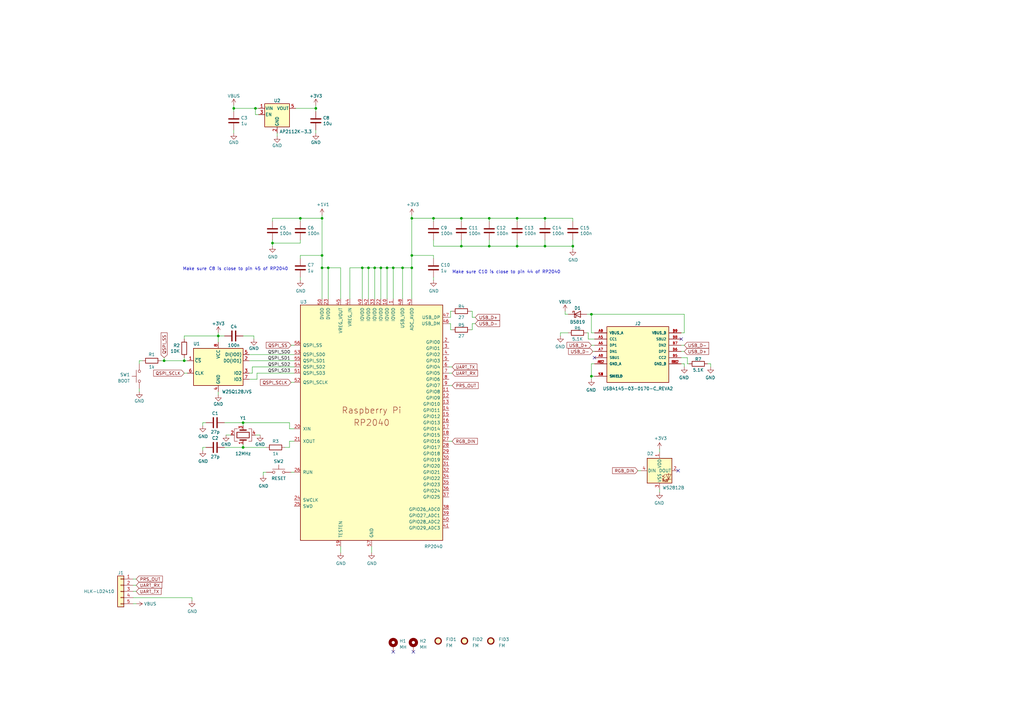
<source format=kicad_sch>
(kicad_sch (version 20230121) (generator eeschema)
  (paper "A3")
  (lib_symbols
    (symbol "Connector_Generic:Conn_01x05" (pin_names (offset 1.016) hide)
      (property "Reference" "J" (at 0 7.62 0))
      (property "Value" "Conn_01x05" (at 0 -7.62 0))
      (symbol "Conn_01x05_1_1"
        (rectangle (start -1.27 -4.953) (end 0 -5.207) (stroke (width 0.1524)))
        (rectangle (start -1.27 -2.413) (end 0 -2.667) (stroke (width 0.1524)))
        (rectangle (start -1.27 0.127) (end 0 -0.127) (stroke (width 0.1524)))
        (rectangle (start -1.27 2.667) (end 0 2.413) (stroke (width 0.1524)))
        (rectangle (start -1.27 5.207) (end 0 4.953) (stroke (width 0.1524)))
        (rectangle (start -1.27 6.35) (end 1.27 -6.35) (stroke (width 0.254)) (fill (type background)))
        (pin passive line (at -5.08 5.08 0) (length 3.81) (name "Pin_1") (number "1"))
        (pin passive line (at -5.08 2.54 0) (length 3.81) (name "Pin_2") (number "2"))
        (pin passive line (at -5.08 0 0) (length 3.81) (name "Pin_3") (number "3"))
        (pin passive line (at -5.08 -2.54 0) (length 3.81) (name "Pin_4") (number "4"))
        (pin passive line (at -5.08 -5.08 0) (length 3.81) (name "Pin_5") (number "5"))
      )
    )
    (symbol "Device:C" (pin_numbers hide) (pin_names (offset 0.254))
      (property "Reference" "C" (at 0.635 2.54 0))
      (property "Value" "C" (at 0.635 -2.54 0))
      (symbol "C_0_1"
        (polyline (pts (xy -2.032 -0.762) (xy 2.032 -0.762)) (stroke (width 0.508)))
        (polyline (pts (xy -2.032 0.762) (xy 2.032 0.762)) (stroke (width 0.508)))
      )
      (symbol "C_1_1"
        (pin passive line (at 0 3.81 270) (length 2.794) (name "~") (number "1"))
        (pin passive line (at 0 -3.81 90) (length 2.794) (name "~") (number "2"))
      )
    )
    (symbol "Device:Crystal_GND24" (pin_names (offset 1.016) hide)
      (property "Reference" "Y" (at 3.175 5.08 0))
      (property "Value" "Crystal_GND24" (at 3.175 3.175 0))
      (symbol "Crystal_GND24_0_1"
        (rectangle (start -1.143 2.54) (end 1.143 -2.54) (stroke (width 0.3048)))
        (polyline (pts (xy -2.54 0) (xy -2.032 0)))
        (polyline (pts (xy -2.032 -1.27) (xy -2.032 1.27)) (stroke (width 0.508)))
        (polyline (pts (xy 0 -3.81) (xy 0 -3.556)))
        (polyline (pts (xy 0 3.556) (xy 0 3.81)))
        (polyline (pts (xy 2.032 -1.27) (xy 2.032 1.27)) (stroke (width 0.508)))
        (polyline (pts (xy 2.032 0) (xy 2.54 0)))
        (polyline (pts (xy -2.54 -2.286) (xy -2.54 -3.556) (xy 2.54 -3.556) (xy 2.54 -2.286)))
        (polyline (pts (xy -2.54 2.286) (xy -2.54 3.556) (xy 2.54 3.556) (xy 2.54 2.286)))
      )
      (symbol "Crystal_GND24_1_1"
        (pin passive line (at -3.81 0 0) (length 1.27) (name "1") (number "1"))
        (pin passive line (at 0 5.08 270) (length 1.27) (name "2") (number "2"))
        (pin passive line (at 3.81 0 180) (length 1.27) (name "3") (number "3"))
        (pin passive line (at 0 -5.08 90) (length 1.27) (name "4") (number "4"))
      )
    )
    (symbol "Device:D_Schottky" (pin_numbers hide) (pin_names (offset 1.016) hide)
      (property "Reference" "D" (at 0 2.54 0))
      (property "Value" "D_Schottky" (at 0 -2.54 0))
      (symbol "D_Schottky_0_1"
        (polyline (pts (xy 1.27 0) (xy -1.27 0)))
        (polyline (pts (xy 1.27 1.27) (xy 1.27 -1.27) (xy -1.27 0) (xy 1.27 1.27)) (stroke (width 0.254)))
        (polyline (pts (xy -1.905 0.635) (xy -1.905 1.27) (xy -1.27 1.27) (xy -1.27 -1.27) (xy -0.635 -1.27) (xy -0.635 -0.635)) (stroke (width 0.254)))
      )
      (symbol "D_Schottky_1_1"
        (pin passive line (at -3.81 0 0) (length 2.54) (name "K") (number "1"))
        (pin passive line (at 3.81 0 180) (length 2.54) (name "A") (number "2"))
      )
    )
    (symbol "Device:R" (pin_numbers hide) (pin_names (offset 0))
      (property "Reference" "R" (at 2.032 0 90))
      (property "Value" "R" (at 0 0 90))
      (symbol "R_0_1"
        (rectangle (start -1.016 -2.54) (end 1.016 2.54) (stroke (width 0.254)))
      )
      (symbol "R_1_1"
        (pin passive line (at 0 3.81 270) (length 1.27) (name "~") (number "1"))
        (pin passive line (at 0 -3.81 90) (length 1.27) (name "~") (number "2"))
      )
    )
    (symbol "LED:WS2812B" (pin_names (offset 0.254))
      (property "Reference" "D" (at 5.08 5.715 0))
      (property "Value" "WS2812B" (at 1.27 -5.715 0))
      (symbol "WS2812B_0_0"
        (text "RGB" (at 2.286 -4.191 0) (effects (font (size 0.762 0.762))))
      )
      (symbol "WS2812B_0_1"
        (polyline (pts (xy 1.27 -3.556) (xy 1.778 -3.556)))
        (polyline (pts (xy 1.27 -2.54) (xy 1.778 -2.54)))
        (polyline (pts (xy 4.699 -3.556) (xy 2.667 -3.556)))
        (polyline (pts (xy 2.286 -2.54) (xy 1.27 -3.556) (xy 1.27 -3.048)))
        (polyline (pts (xy 2.286 -1.524) (xy 1.27 -2.54) (xy 1.27 -2.032)))
        (polyline (pts (xy 3.683 -1.016) (xy 3.683 -3.556) (xy 3.683 -4.064)))
        (polyline (pts (xy 4.699 -1.524) (xy 2.667 -1.524) (xy 3.683 -3.556) (xy 4.699 -1.524)))
        (rectangle (start 5.08 5.08) (end -5.08 -5.08) (stroke (width 0.254)) (fill (type background)))
      )
      (symbol "WS2812B_1_1"
        (pin power_in line (at 0 7.62 270) (length 2.54) (name "VDD") (number "1"))
        (pin output line (at 7.62 0 180) (length 2.54) (name "DOUT") (number "2"))
        (pin power_in line (at 0 -7.62 90) (length 2.54) (name "VSS") (number "3"))
        (pin input line (at -7.62 0 0) (length 2.54) (name "DIN") (number "4"))
      )
    )
    (symbol "MCU_RaspberryPi_RP2040:RP2040" (pin_names (offset 1.016))
      (property "Reference" "U" (at -29.21 49.53 0))
      (property "Value" "RP2040" (at 24.13 -49.53 0))
      (symbol "RP2040_0_0"
        (text "Raspberry Pi" (at 0 5.08 0) (effects (font (size 2.54 2.54))))
        (text "RP2040" (at 0 0 0) (effects (font (size 2.54 2.54))))
      )
      (symbol "RP2040_0_1"
        (rectangle (start 29.21 48.26) (end -29.21 -48.26) (stroke (width 0.254)) (fill (type background)))
      )
      (symbol "RP2040_1_1"
        (pin power_in line (at 8.89 50.8 270) (length 2.54) (name "IOVDD") (number "1"))
        (pin power_in line (at 6.35 50.8 270) (length 2.54) (name "IOVDD") (number "10"))
        (pin bidirectional line (at 31.75 12.7 180) (length 2.54) (name "GPIO8") (number "11"))
        (pin bidirectional line (at 31.75 10.16 180) (length 2.54) (name "GPIO9") (number "12"))
        (pin bidirectional line (at 31.75 7.62 180) (length 2.54) (name "GPIO10") (number "13"))
        (pin bidirectional line (at 31.75 5.08 180) (length 2.54) (name "GPIO11") (number "14"))
        (pin bidirectional line (at 31.75 2.54 180) (length 2.54) (name "GPIO12") (number "15"))
        (pin bidirectional line (at 31.75 0 180) (length 2.54) (name "GPIO13") (number "16"))
        (pin bidirectional line (at 31.75 -2.54 180) (length 2.54) (name "GPIO14") (number "17"))
        (pin bidirectional line (at 31.75 -5.08 180) (length 2.54) (name "GPIO15") (number "18"))
        (pin passive line (at -12.7 -50.8 90) (length 2.54) (name "TESTEN") (number "19"))
        (pin bidirectional line (at 31.75 33.02 180) (length 2.54) (name "GPIO0") (number "2"))
        (pin input line (at -31.75 -2.54 0) (length 2.54) (name "XIN") (number "20"))
        (pin passive line (at -31.75 -7.62 0) (length 2.54) (name "XOUT") (number "21"))
        (pin power_in line (at 3.81 50.8 270) (length 2.54) (name "IOVDD") (number "22"))
        (pin power_in line (at -17.78 50.8 270) (length 2.54) (name "DVDD") (number "23"))
        (pin output line (at -31.75 -31.75 0) (length 2.54) (name "SWCLK") (number "24"))
        (pin bidirectional line (at -31.75 -34.29 0) (length 2.54) (name "SWD") (number "25"))
        (pin input line (at -31.75 -20.32 0) (length 2.54) (name "RUN") (number "26"))
        (pin bidirectional line (at 31.75 -7.62 180) (length 2.54) (name "GPIO16") (number "27"))
        (pin bidirectional line (at 31.75 -10.16 180) (length 2.54) (name "GPIO17") (number "28"))
        (pin bidirectional line (at 31.75 -12.7 180) (length 2.54) (name "GPIO18") (number "29"))
        (pin bidirectional line (at 31.75 30.48 180) (length 2.54) (name "GPIO1") (number "3"))
        (pin bidirectional line (at 31.75 -15.24 180) (length 2.54) (name "GPIO19") (number "30"))
        (pin bidirectional line (at 31.75 -17.78 180) (length 2.54) (name "GPIO20") (number "31"))
        (pin bidirectional line (at 31.75 -20.32 180) (length 2.54) (name "GPIO21") (number "32"))
        (pin power_in line (at 1.27 50.8 270) (length 2.54) (name "IOVDD") (number "33"))
        (pin bidirectional line (at 31.75 -22.86 180) (length 2.54) (name "GPIO22") (number "34"))
        (pin bidirectional line (at 31.75 -25.4 180) (length 2.54) (name "GPIO23") (number "35"))
        (pin bidirectional line (at 31.75 -27.94 180) (length 2.54) (name "GPIO24") (number "36"))
        (pin bidirectional line (at 31.75 -30.48 180) (length 2.54) (name "GPIO25") (number "37"))
        (pin bidirectional line (at 31.75 -35.56 180) (length 2.54) (name "GPIO26_ADC0") (number "38"))
        (pin bidirectional line (at 31.75 -38.1 180) (length 2.54) (name "GPIO27_ADC1") (number "39"))
        (pin bidirectional line (at 31.75 27.94 180) (length 2.54) (name "GPIO2") (number "4"))
        (pin bidirectional line (at 31.75 -40.64 180) (length 2.54) (name "GPIO28_ADC2") (number "40"))
        (pin bidirectional line (at 31.75 -43.18 180) (length 2.54) (name "GPIO29_ADC3") (number "41"))
        (pin power_in line (at -1.27 50.8 270) (length 2.54) (name "IOVDD") (number "42"))
        (pin power_in line (at 16.51 50.8 270) (length 2.54) (name "ADC_AVDD") (number "43"))
        (pin power_in line (at -8.89 50.8 270) (length 2.54) (name "VREG_IN") (number "44"))
        (pin power_out line (at -12.7 50.8 270) (length 2.54) (name "VREG_VOUT") (number "45"))
        (pin bidirectional line (at 31.75 40.64 180) (length 2.54) (name "USB_DM") (number "46"))
        (pin bidirectional line (at 31.75 43.18 180) (length 2.54) (name "USB_DP") (number "47"))
        (pin power_in line (at 12.7 50.8 270) (length 2.54) (name "USB_VDD") (number "48"))
        (pin power_in line (at -3.81 50.8 270) (length 2.54) (name "IOVDD") (number "49"))
        (pin bidirectional line (at 31.75 25.4 180) (length 2.54) (name "GPIO3") (number "5"))
        (pin power_in line (at -20.32 50.8 270) (length 2.54) (name "DVDD") (number "50"))
        (pin bidirectional line (at -31.75 20.32 0) (length 2.54) (name "QSPI_SD3") (number "51"))
        (pin output line (at -31.75 16.51 0) (length 2.54) (name "QSPI_SCLK") (number "52"))
        (pin bidirectional line (at -31.75 27.94 0) (length 2.54) (name "QSPI_SD0") (number "53"))
        (pin bidirectional line (at -31.75 22.86 0) (length 2.54) (name "QSPI_SD2") (number "54"))
        (pin bidirectional line (at -31.75 25.4 0) (length 2.54) (name "QSPI_SD1") (number "55"))
        (pin bidirectional line (at -31.75 31.75 0) (length 2.54) (name "QSPI_SS") (number "56"))
        (pin power_in line (at 0 -50.8 90) (length 2.54) (name "GND") (number "57"))
        (pin bidirectional line (at 31.75 22.86 180) (length 2.54) (name "GPIO4") (number "6"))
        (pin bidirectional line (at 31.75 20.32 180) (length 2.54) (name "GPIO5") (number "7"))
        (pin bidirectional line (at 31.75 17.78 180) (length 2.54) (name "GPIO6") (number "8"))
        (pin bidirectional line (at 31.75 15.24 180) (length 2.54) (name "GPIO7") (number "9"))
      )
    )
    (symbol "Mechanical:Fiducial"
      (property "Reference" "FID" (at 0 5.08 0))
      (property "Value" "Fiducial" (at 0 3.175 0))
      (symbol "Fiducial_0_1"
        (circle (center 0 0) (radius 1.27) (stroke (width 0.508)) (fill (type background)))
      )
    )
    (symbol "Mechanical:MountingHole_Pad" (pin_numbers hide) (pin_names (offset 1.016) hide)
      (property "Reference" "H" (at 0 6.35 0))
      (property "Value" "MountingHole_Pad" (at 0 4.445 0))
      (symbol "MountingHole_Pad_0_1"
        (circle (center 0 1.27) (radius 1.27) (stroke (width 1.27)))
      )
      (symbol "MountingHole_Pad_1_1"
        (pin input line (at 0 -2.54 90) (length 2.54) (name "1") (number "1"))
      )
    )
    (symbol "Memory_Flash:W25Q128JVS"
      (property "Reference" "U" (at -8.89 8.89 0))
      (property "Value" "W25Q128JVS" (at 7.62 8.89 0))
      (symbol "W25Q128JVS_0_1"
        (rectangle (start -10.16 7.62) (end 10.16 -7.62) (stroke (width 0.254)) (fill (type background)))
      )
      (symbol "W25Q128JVS_1_1"
        (pin input line (at -12.7 2.54 0) (length 2.54) (name "~{CS}") (number "1"))
        (pin bidirectional line (at 12.7 2.54 180) (length 2.54) (name "DO(IO1)") (number "2"))
        (pin bidirectional line (at 12.7 -2.54 180) (length 2.54) (name "IO2") (number "3"))
        (pin power_in line (at 0 -10.16 90) (length 2.54) (name "GND") (number "4"))
        (pin bidirectional line (at 12.7 5.08 180) (length 2.54) (name "DI(IO0)") (number "5"))
        (pin input line (at -12.7 -2.54 0) (length 2.54) (name "CLK") (number "6"))
        (pin bidirectional line (at 12.7 -5.08 180) (length 2.54) (name "IO3") (number "7"))
        (pin power_in line (at 0 10.16 270) (length 2.54) (name "VCC") (number "8"))
      )
    )
    (symbol "Regulator_Linear:AP2112K-3.3" (pin_names (offset 0.254))
      (property "Reference" "U" (at -5.08 5.715 0))
      (property "Value" "AP2112K-3.3" (at 0 5.715 0))
      (symbol "AP2112K-3.3_0_1"
        (rectangle (start -5.08 4.445) (end 5.08 -5.08) (stroke (width 0.254)) (fill (type background)))
      )
      (symbol "AP2112K-3.3_1_1"
        (pin power_in line (at -7.62 2.54 0) (length 2.54) (name "VIN") (number "1"))
        (pin power_in line (at 0 -7.62 90) (length 2.54) (name "GND") (number "2"))
        (pin input line (at -7.62 0 0) (length 2.54) (name "EN") (number "3"))
        (pin no_connect line (at 5.08 0 180) (length 2.54) hide (name "NC") (number "4"))
        (pin power_out line (at 7.62 2.54 180) (length 2.54) (name "VOUT") (number "5"))
      )
    )
    (symbol "Switch:SW_Push" (pin_numbers hide) (pin_names (offset 1.016) hide)
      (property "Reference" "SW" (at 1.27 2.54 0))
      (property "Value" "SW_Push" (at 0 -1.524 0))
      (symbol "SW_Push_0_1"
        (circle (center -2.032 0) (radius 0.508))
        (polyline (pts (xy 0 1.27) (xy 0 3.048)))
        (polyline (pts (xy 2.54 1.27) (xy -2.54 1.27)))
        (circle (center 2.032 0) (radius 0.508))
        (pin passive line (at -5.08 0 0) (length 2.54) (name "1") (number "1"))
        (pin passive line (at 5.08 0 180) (length 2.54) (name "2") (number "2"))
      )
    )
    (symbol "USB4145-03-0170-C_REVA2:USB4145-03-0170-C_REVA2" (pin_names (offset 1.016))
      (property "Reference" "J" (at -12.7 10.922 0))
      (property "Value" "USB4145-03-0170-C_REVA2" (at -12.7 -15.24 0))
      (symbol "USB4145-03-0170-C_REVA2_0_0"
        (rectangle (start -12.7 -12.7) (end 12.7 10.16) (stroke (width 0.254)) (fill (type background)))
        (pin power_in line (at -17.78 -5.08 0) (length 5.08) (name "GND_A") (number "A1"))
        (pin power_in line (at -17.78 -5.08 0) (length 5.08) (name "GND_A") (number "A12"))
        (pin power_in line (at -17.78 7.62 0) (length 5.08) (name "VBUS_A") (number "A4"))
        (pin bidirectional line (at -17.78 5.08 0) (length 5.08) (name "CC1") (number "A5"))
        (pin bidirectional line (at -17.78 2.54 0) (length 5.08) (name "DP1") (number "A6"))
        (pin bidirectional line (at -17.78 0 0) (length 5.08) (name "DN1") (number "A7"))
        (pin bidirectional line (at -17.78 -2.54 0) (length 5.08) (name "SBU1") (number "A8"))
        (pin power_in line (at -17.78 7.62 0) (length 5.08) (name "VBUS_A") (number "A9"))
        (pin power_in line (at 17.78 -5.08 180) (length 5.08) (name "GND_B") (number "B1"))
        (pin power_in line (at 17.78 -5.08 180) (length 5.08) (name "GND_B") (number "B12"))
        (pin power_in line (at 17.78 7.62 180) (length 5.08) (name "VBUS_B") (number "B4"))
        (pin bidirectional line (at 17.78 -2.54 180) (length 5.08) (name "CC2") (number "B5"))
        (pin bidirectional line (at 17.78 0 180) (length 5.08) (name "DP2") (number "B6"))
        (pin bidirectional line (at 17.78 2.54 180) (length 5.08) (name "DN2") (number "B7"))
        (pin bidirectional line (at 17.78 5.08 180) (length 5.08) (name "SBU2") (number "B8"))
        (pin power_in line (at 17.78 7.62 180) (length 5.08) (name "VBUS_B") (number "B9"))
        (pin passive line (at -17.78 -10.16 0) (length 5.08) (name "SHIELD") (number "S1"))
        (pin passive line (at -17.78 -10.16 0) (length 5.08) (name "SHIELD") (number "S2"))
        (pin passive line (at -17.78 -10.16 0) (length 5.08) (name "SHIELD") (number "S3"))
        (pin passive line (at -17.78 -10.16 0) (length 5.08) (name "SHIELD") (number "S4"))
      )
    )
    (symbol "power:+1V1" (power) (pin_names (offset 0))
      (property "Value" "+1V1" (at 0 3.556 0))
      (symbol "+1V1_0_1"
        (polyline (pts (xy -0.762 1.27) (xy 0 2.54)))
        (polyline (pts (xy 0 0) (xy 0 2.54)))
        (polyline (pts (xy 0 2.54) (xy 0.762 1.27)))
      )
      (symbol "+1V1_1_1"
        (pin power_in line (at 0 0 90) (length 0) hide (name "+1V1") (number "1"))
      )
    )
    (symbol "power:+3V3" (power) (pin_names (offset 0))
      (property "Value" "+3V3" (at 0 3.556 0))
      (symbol "+3V3_0_1"
        (polyline (pts (xy -0.762 1.27) (xy 0 2.54)))
        (polyline (pts (xy 0 0) (xy 0 2.54)))
        (polyline (pts (xy 0 2.54) (xy 0.762 1.27)))
      )
      (symbol "+3V3_1_1"
        (pin power_in line (at 0 0 90) (length 0) hide (name "+3V3") (number "1"))
      )
    )
    (symbol "power:GND" (power) (pin_names (offset 0))
      (property "Value" "GND" (at 0 -3.81 0))
      (symbol "GND_0_1"
        (polyline (pts (xy 0 0) (xy 0 -1.27) (xy 1.27 -1.27) (xy 0 -2.54) (xy -1.27 -1.27) (xy 0 -1.27)))
      )
      (symbol "GND_1_1"
        (pin power_in line (at 0 0 270) (length 0) hide (name "GND") (number "1"))
      )
    )
    (symbol "power:VBUS" (power) (pin_names (offset 0))
      (property "Value" "VBUS" (at 0 3.81 0))
      (symbol "VBUS_0_1"
        (polyline (pts (xy -0.762 1.27) (xy 0 2.54)))
        (polyline (pts (xy 0 0) (xy 0 2.54)))
        (polyline (pts (xy 0 2.54) (xy 0.762 1.27)))
      )
      (symbol "VBUS_1_1"
        (pin power_in line (at 0 0 90) (length 0) hide (name "VBUS") (number "1"))
      )
    )
  )
  (junction (at 104.775 44.45))
  (junction (at 95.885 44.45))
  (junction (at 223.52 89.535))
  (junction (at 151.13 109.855))
  (junction (at 168.91 104.775))
  (junction (at 153.67 109.855))
  (junction (at 132.08 109.855))
  (junction (at 168.91 89.535))
  (junction (at 161.29 109.855))
  (junction (at 111.76 99.695))
  (junction (at 177.8 89.535))
  (junction (at 165.1 109.855))
  (junction (at 200.66 89.535))
  (junction (at 242.57 154.305))
  (junction (at 189.23 100.965))
  (junction (at 156.21 109.855))
  (junction (at 99.695 173.355))
  (junction (at 75.565 147.955))
  (junction (at 212.09 100.965))
  (junction (at 223.52 100.965))
  (junction (at 158.75 109.855))
  (junction (at 134.62 109.855))
  (junction (at 132.08 104.775))
  (junction (at 168.91 109.855))
  (junction (at 132.08 89.535))
  (junction (at 89.535 137.795))
  (junction (at 148.59 109.855))
  (junction (at 200.66 100.965))
  (junction (at 99.695 183.515))
  (junction (at 242.57 128.905))
  (junction (at 123.19 89.535))
  (junction (at 189.23 89.535))
  (junction (at 212.09 89.535))
  (junction (at 234.95 100.965))
  (junction (at 129.54 44.45))
  (junction (at 67.31 147.955))
  (no_connect (at 243.84 146.685))
  (no_connect (at 279.4 139.065))
  (no_connect (at 278.13 193.04))
  (no_connect (at 161.29 267.335))
  (no_connect (at 169.545 267.335))
  (wire (pts (xy 54.61 247.65) (xy 55.88 247.65)))
  (wire (pts (xy 123.19 89.535) (xy 132.08 89.535)))
  (wire (pts (xy 89.535 137.795) (xy 92.075 137.795)))
  (wire (pts (xy 231.775 128.905) (xy 233.045 128.905)))
  (wire (pts (xy 193.675 130.175) (xy 194.945 130.175)))
  (wire (pts (xy 168.91 89.535) (xy 168.91 104.775)))
  (wire (pts (xy 75.565 137.795) (xy 89.535 137.795)))
  (wire (pts (xy 165.1 109.855) (xy 168.91 109.855)))
  (wire (pts (xy 184.15 153.035) (xy 185.42 153.035)))
  (wire (pts (xy 184.15 180.975) (xy 185.42 180.975)))
  (wire (pts (xy 113.665 54.61) (xy 113.665 55.88)))
  (wire (pts (xy 177.8 113.665) (xy 177.8 114.935)))
  (wire (pts (xy 123.19 104.775) (xy 132.08 104.775)))
  (wire (pts (xy 99.695 173.355) (xy 118.745 173.355)))
  (wire (pts (xy 279.4 141.605) (xy 280.67 141.605)))
  (wire (pts (xy 184.785 135.255) (xy 185.42 135.255)))
  (wire (pts (xy 242.57 128.905) (xy 240.665 128.905)))
  (wire (pts (xy 143.51 122.555) (xy 143.51 109.855)))
  (wire (pts (xy 168.91 104.775) (xy 168.91 109.855)))
  (wire (pts (xy 193.04 127.635) (xy 193.675 127.635)))
  (wire (pts (xy 92.075 183.515) (xy 99.695 183.515)))
  (wire (pts (xy 193.675 135.255) (xy 193.675 132.715)))
  (wire (pts (xy 281.94 146.685) (xy 281.94 149.225)))
  (wire (pts (xy 161.29 109.855) (xy 161.29 122.555)))
  (wire (pts (xy 229.87 136.525) (xy 233.045 136.525)))
  (wire (pts (xy 184.15 150.495) (xy 185.42 150.495)))
  (wire (pts (xy 123.19 90.805) (xy 123.19 89.535)))
  (wire (pts (xy 105.41 153.035) (xy 120.65 153.035)))
  (wire (pts (xy 234.95 100.965) (xy 234.95 102.235)))
  (wire (pts (xy 242.57 149.225) (xy 242.57 154.305)))
  (wire (pts (xy 151.13 109.855) (xy 153.67 109.855)))
  (wire (pts (xy 111.76 98.425) (xy 111.76 99.695)))
  (wire (pts (xy 212.09 100.965) (xy 200.66 100.965)))
  (wire (pts (xy 156.21 122.555) (xy 156.21 109.855)))
  (wire (pts (xy 177.8 90.805) (xy 177.8 89.535)))
  (wire (pts (xy 223.52 98.425) (xy 223.52 100.965)))
  (wire (pts (xy 231.775 127.635) (xy 231.775 128.905)))
  (wire (pts (xy 189.23 100.965) (xy 177.8 100.965)))
  (wire (pts (xy 54.61 237.49) (xy 55.88 237.49)))
  (wire (pts (xy 139.7 109.855) (xy 134.62 109.855)))
  (wire (pts (xy 104.14 139.065) (xy 104.14 137.795)))
  (wire (pts (xy 121.285 44.45) (xy 129.54 44.45)))
  (wire (pts (xy 132.08 88.265) (xy 132.08 89.535)))
  (wire (pts (xy 148.59 122.555) (xy 148.59 109.855)))
  (wire (pts (xy 261.62 193.04) (xy 262.89 193.04)))
  (wire (pts (xy 152.4 224.155) (xy 152.4 226.695)))
  (wire (pts (xy 281.94 149.225) (xy 282.575 149.225)))
  (wire (pts (xy 212.09 89.535) (xy 223.52 89.535)))
  (wire (pts (xy 106.045 46.99) (xy 104.775 46.99)))
  (wire (pts (xy 139.7 122.555) (xy 139.7 109.855)))
  (wire (pts (xy 242.57 128.905) (xy 242.57 136.525)))
  (wire (pts (xy 107.95 194.945) (xy 107.95 193.675)))
  (wire (pts (xy 280.67 128.905) (xy 242.57 128.905)))
  (wire (pts (xy 193.675 127.635) (xy 193.675 130.175)))
  (wire (pts (xy 279.4 146.685) (xy 281.94 146.685)))
  (wire (pts (xy 129.54 53.34) (xy 129.54 54.61)))
  (wire (pts (xy 161.29 109.855) (xy 165.1 109.855)))
  (wire (pts (xy 151.13 122.555) (xy 151.13 109.855)))
  (wire (pts (xy 242.57 141.605) (xy 243.84 141.605)))
  (wire (pts (xy 153.67 122.555) (xy 153.67 109.855)))
  (wire (pts (xy 242.57 154.305) (xy 243.84 154.305)))
  (wire (pts (xy 89.535 137.795) (xy 89.535 140.335)))
  (wire (pts (xy 104.775 44.45) (xy 95.885 44.45)))
  (wire (pts (xy 106.045 44.45) (xy 104.775 44.45)))
  (wire (pts (xy 243.84 149.225) (xy 242.57 149.225)))
  (wire (pts (xy 89.535 160.655) (xy 89.535 161.925)))
  (wire (pts (xy 177.8 89.535) (xy 189.23 89.535)))
  (wire (pts (xy 119.38 193.675) (xy 120.65 193.675)))
  (wire (pts (xy 103.505 150.495) (xy 120.65 150.495)))
  (wire (pts (xy 54.61 245.11) (xy 78.74 245.11)))
  (wire (pts (xy 223.52 89.535) (xy 234.95 89.535)))
  (wire (pts (xy 107.95 193.675) (xy 109.22 193.675)))
  (wire (pts (xy 116.84 183.515) (xy 118.745 183.515)))
  (wire (pts (xy 99.695 174.625) (xy 99.695 173.355)))
  (wire (pts (xy 153.67 109.855) (xy 156.21 109.855)))
  (wire (pts (xy 123.19 106.045) (xy 123.19 104.775)))
  (wire (pts (xy 291.465 149.225) (xy 291.465 150.495)))
  (wire (pts (xy 134.62 109.855) (xy 132.08 109.855)))
  (wire (pts (xy 75.565 146.685) (xy 75.565 147.955)))
  (wire (pts (xy 57.15 149.225) (xy 57.15 147.955)))
  (wire (pts (xy 279.4 144.145) (xy 280.67 144.145)))
  (wire (pts (xy 105.41 155.575) (xy 105.41 153.035)))
  (wire (pts (xy 280.67 128.905) (xy 280.67 136.525)))
  (wire (pts (xy 78.74 245.11) (xy 78.74 246.38)))
  (wire (pts (xy 177.8 98.425) (xy 177.8 100.965)))
  (wire (pts (xy 118.745 180.975) (xy 120.65 180.975)))
  (wire (pts (xy 54.61 240.03) (xy 55.88 240.03)))
  (wire (pts (xy 83.185 174.625) (xy 83.185 173.355)))
  (wire (pts (xy 95.885 45.72) (xy 95.885 44.45)))
  (wire (pts (xy 165.1 122.555) (xy 165.1 109.855)))
  (wire (pts (xy 119.38 141.605) (xy 120.65 141.605)))
  (wire (pts (xy 241.3 136.525) (xy 241.3 139.065)))
  (wire (pts (xy 184.785 130.175) (xy 184.785 127.635)))
  (wire (pts (xy 123.19 113.665) (xy 123.19 114.935)))
  (wire (pts (xy 223.52 100.965) (xy 234.95 100.965)))
  (wire (pts (xy 57.15 147.955) (xy 58.42 147.955)))
  (wire (pts (xy 158.75 122.555) (xy 158.75 109.855)))
  (wire (pts (xy 129.54 43.18) (xy 129.54 44.45)))
  (wire (pts (xy 139.7 224.155) (xy 139.7 226.695)))
  (wire (pts (xy 119.38 156.845) (xy 120.65 156.845)))
  (wire (pts (xy 189.23 89.535) (xy 200.66 89.535)))
  (wire (pts (xy 54.61 242.57) (xy 55.88 242.57)))
  (wire (pts (xy 200.66 98.425) (xy 200.66 100.965)))
  (wire (pts (xy 118.745 183.515) (xy 118.745 180.975)))
  (wire (pts (xy 99.695 182.245) (xy 99.695 183.515)))
  (wire (pts (xy 118.745 175.895) (xy 118.745 173.355)))
  (wire (pts (xy 132.08 109.855) (xy 132.08 122.555)))
  (wire (pts (xy 168.91 104.775) (xy 177.8 104.775)))
  (wire (pts (xy 280.67 149.225) (xy 280.67 150.495)))
  (wire (pts (xy 67.31 146.685) (xy 67.31 147.955)))
  (wire (pts (xy 132.08 104.775) (xy 132.08 109.855)))
  (wire (pts (xy 242.57 136.525) (xy 243.84 136.525)))
  (wire (pts (xy 184.15 132.715) (xy 184.785 132.715)))
  (wire (pts (xy 193.04 135.255) (xy 193.675 135.255)))
  (wire (pts (xy 158.75 109.855) (xy 161.29 109.855)))
  (wire (pts (xy 148.59 109.855) (xy 151.13 109.855)))
  (wire (pts (xy 143.51 109.855) (xy 148.59 109.855)))
  (wire (pts (xy 104.14 137.795) (xy 99.695 137.795)))
  (wire (pts (xy 75.565 139.065) (xy 75.565 137.795)))
  (wire (pts (xy 193.675 132.715) (xy 194.945 132.715)))
  (wire (pts (xy 168.91 89.535) (xy 177.8 89.535)))
  (wire (pts (xy 92.71 178.435) (xy 94.615 178.435)))
  (wire (pts (xy 184.785 132.715) (xy 184.785 135.255)))
  (wire (pts (xy 104.775 178.435) (xy 106.68 178.435)))
  (wire (pts (xy 290.195 149.225) (xy 291.465 149.225)))
  (wire (pts (xy 270.51 200.66) (xy 270.51 201.93)))
  (wire (pts (xy 279.4 149.225) (xy 280.67 149.225)))
  (wire (pts (xy 83.185 183.515) (xy 84.455 183.515)))
  (wire (pts (xy 120.65 175.895) (xy 118.745 175.895)))
  (wire (pts (xy 212.09 90.805) (xy 212.09 89.535)))
  (wire (pts (xy 102.235 145.415) (xy 120.65 145.415)))
  (wire (pts (xy 102.235 155.575) (xy 105.41 155.575)))
  (wire (pts (xy 57.15 159.385) (xy 57.15 160.655)))
  (wire (pts (xy 95.885 53.34) (xy 95.885 54.61)))
  (wire (pts (xy 102.235 153.035) (xy 103.505 153.035)))
  (wire (pts (xy 92.075 173.355) (xy 99.695 173.355)))
  (wire (pts (xy 111.76 90.805) (xy 111.76 89.535)))
  (wire (pts (xy 132.08 89.535) (xy 132.08 104.775)))
  (wire (pts (xy 243.205 144.145) (xy 243.84 144.145)))
  (wire (pts (xy 123.19 99.695) (xy 123.19 98.425)))
  (wire (pts (xy 111.76 99.695) (xy 111.76 100.965)))
  (wire (pts (xy 229.87 137.795) (xy 229.87 136.525)))
  (wire (pts (xy 129.54 44.45) (xy 129.54 45.72)))
  (wire (pts (xy 242.57 154.305) (xy 242.57 155.575)))
  (wire (pts (xy 270.51 184.15) (xy 270.51 185.42)))
  (wire (pts (xy 189.23 90.805) (xy 189.23 89.535)))
  (wire (pts (xy 200.66 100.965) (xy 189.23 100.965)))
  (wire (pts (xy 99.695 183.515) (xy 109.22 183.515)))
  (wire (pts (xy 184.15 158.115) (xy 185.42 158.115)))
  (wire (pts (xy 134.62 122.555) (xy 134.62 109.855)))
  (wire (pts (xy 103.505 153.035) (xy 103.505 150.495)))
  (wire (pts (xy 240.665 136.525) (xy 241.3 136.525)))
  (wire (pts (xy 177.8 106.045) (xy 177.8 104.775)))
  (wire (pts (xy 279.4 136.525) (xy 280.67 136.525)))
  (wire (pts (xy 184.785 127.635) (xy 185.42 127.635)))
  (wire (pts (xy 66.04 147.955) (xy 67.31 147.955)))
  (wire (pts (xy 200.66 89.535) (xy 212.09 89.535)))
  (wire (pts (xy 184.15 130.175) (xy 184.785 130.175)))
  (wire (pts (xy 200.66 90.805) (xy 200.66 89.535)))
  (wire (pts (xy 89.535 136.525) (xy 89.535 137.795)))
  (wire (pts (xy 102.235 147.955) (xy 120.65 147.955)))
  (wire (pts (xy 223.52 100.965) (xy 212.09 100.965)))
  (wire (pts (xy 234.95 90.805) (xy 234.95 89.535)))
  (wire (pts (xy 212.09 98.425) (xy 212.09 100.965)))
  (wire (pts (xy 67.31 147.955) (xy 75.565 147.955)))
  (wire (pts (xy 75.565 147.955) (xy 76.835 147.955)))
  (wire (pts (xy 168.91 109.855) (xy 168.91 122.555)))
  (wire (pts (xy 223.52 90.805) (xy 223.52 89.535)))
  (wire (pts (xy 241.3 139.065) (xy 243.84 139.065)))
  (wire (pts (xy 111.76 99.695) (xy 123.19 99.695)))
  (wire (pts (xy 83.185 173.355) (xy 84.455 173.355)))
  (wire (pts (xy 83.185 184.785) (xy 83.185 183.515)))
  (wire (pts (xy 234.95 98.425) (xy 234.95 100.965)))
  (wire (pts (xy 111.76 89.535) (xy 123.19 89.535)))
  (wire (pts (xy 95.885 43.18) (xy 95.885 44.45)))
  (wire (pts (xy 75.565 153.035) (xy 76.835 153.035)))
  (wire (pts (xy 189.23 98.425) (xy 189.23 100.965)))
  (wire (pts (xy 168.91 88.265) (xy 168.91 89.535)))
  (wire (pts (xy 156.21 109.855) (xy 158.75 109.855)))
  (wire (pts (xy 104.775 44.45) (xy 104.775 46.99)))
  (text "Make sure C8 is close to pin 45 of RP2040" (at 74.93 111.125 0) (effects (font (size 1.27 1.27)) (justify left bottom)))
  (text "Make sure C10 is close to pin 44 of RP2040" (at 185.42 112.395 0) (effects (font (size 1.27 1.27)) (justify left bottom)))
  (label "QSPI_SD1" (at 109.855 147.955 0))
  (label "QSPI_SD0" (at 109.855 145.415 0))
  (label "QSPI_SD2" (at 109.855 150.495 0))
  (label "QSPI_SD3" (at 109.855 153.035 0))
  (global_label "USB_D-" (shape input) (at 243.205 144.145 180) (property "Intersheetrefs" "${INTERSHEET_REFS}" (effects hide)))
  (global_label "USB_D+" (shape input) (at 194.945 130.175 0) (property "Intersheetrefs" "${INTERSHEET_REFS}" (effects hide)))
  (global_label "UART_RX" (shape input) (at 185.42 153.035 0) (property "Intersheetrefs" "${INTERSHEET_REFS}" (effects hide)))
  (global_label "USB_D+" (shape input) (at 242.57 141.605 180) (property "Intersheetrefs" "${INTERSHEET_REFS}" (effects hide)))
  (global_label "PRS_OUT" (shape input) (at 55.88 237.49 0) (property "Intersheetrefs" "${INTERSHEET_REFS}" (effects hide)))
  (global_label "QSPI_SS" (shape input) (at 119.38 141.605 180) (property "Intersheetrefs" "${INTERSHEET_REFS}" (effects hide)))
  (global_label "QSPI_SS" (shape input) (at 67.31 146.685 90) (property "Intersheetrefs" "${INTERSHEET_REFS}" (effects hide)))
  (global_label "QSPI_SCLK" (shape input) (at 119.38 156.845 180) (property "Intersheetrefs" "${INTERSHEET_REFS}" (effects hide)))
  (global_label "USB_D-" (shape input) (at 280.67 141.605 0) (property "Intersheetrefs" "${INTERSHEET_REFS}" (effects hide)))
  (global_label "QSPI_SCLK" (shape input) (at 75.565 153.035 180) (property "Intersheetrefs" "${INTERSHEET_REFS}" (effects hide)))
  (global_label "PRS_OUT" (shape input) (at 185.42 158.115 0) (property "Intersheetrefs" "${INTERSHEET_REFS}" (effects hide)))
  (global_label "UART_RX" (shape input) (at 55.88 240.03 0) (property "Intersheetrefs" "${INTERSHEET_REFS}" (effects hide)))
  (global_label "UART_TX" (shape input) (at 55.88 242.57 0) (property "Intersheetrefs" "${INTERSHEET_REFS}" (effects hide)))
  (global_label "RGB_DIN" (shape input) (at 185.42 180.975 0) (property "Intersheetrefs" "${INTERSHEET_REFS}" (effects hide)))
  (global_label "UART_TX" (shape input) (at 185.42 150.495 0) (property "Intersheetrefs" "${INTERSHEET_REFS}" (effects hide)))
  (global_label "RGB_DIN" (shape input) (at 261.62 193.04 180) (property "Intersheetrefs" "${INTERSHEET_REFS}" (effects hide)))
  (global_label "USB_D-" (shape input) (at 194.945 132.715 0) (property "Intersheetrefs" "${INTERSHEET_REFS}" (effects hide)))
  (global_label "USB_D+" (shape input) (at 280.67 144.145 0) (property "Intersheetrefs" "${INTERSHEET_REFS}" (effects hide)))
  (symbol (lib_id "power:+1V1") (at 132.08 88.265 0) (unit 1)
    (property "Reference" "#PWR019" (effects hide))
    (property "Value" "+1V1" (at 132.461 83.8708 0))
  )
  (symbol (lib_id "Mechanical:MountingHole_Pad") (at 169.545 264.795 0) (unit 1)
    (property "Reference" "H2" (at 172.085 262.89 0) (effects (justify left)))
    (property "Value" "MH" (at 172.085 265.43 0) (effects (justify left)))
    (property "Footprint" "MountingHole:MountingHole_2.2mm_M2_Pad" (effects hide))
  )
  (symbol (lib_id "Switch:SW_Push") (at 114.3 193.675 0) (unit 1)
    (property "Reference" "SW2" (at 114.3 189.23 0))
    (property "Value" "RESET" (at 114.3 196.215 0))
    (property "Footprint" "Button_Switch_SMD:SW_Push_1P1T_NO_CK_KMR2" (effects hide))
  )
  (symbol (lib_id "power:GND") (at 83.185 184.785 0) (unit 1)
    (property "Reference" "#PWR05" (effects hide))
    (property "Value" "GND" (at 83.312 189.1792 0))
  )
  (symbol (lib_id "power:GND") (at 234.95 102.235 0) (unit 1)
    (property "Reference" "#PWR026" (effects hide))
    (property "Value" "GND" (at 235.077 106.6292 0))
  )
  (symbol (lib_id "power:GND") (at 229.87 137.795 0) (mirror y) (unit 1)
    (property "Reference" "#PWR024" (effects hide))
    (property "Value" "GND" (at 229.743 142.1892 0))
  )
  (symbol (lib_id "power:GND") (at 291.465 150.495 0) (mirror y) (unit 1)
    (property "Reference" "#PWR031" (effects hide))
    (property "Value" "GND" (at 291.338 154.8892 0))
  )
  (symbol (lib_id "power:GND") (at 89.535 161.925 0) (unit 1)
    (property "Reference" "#PWR07" (effects hide))
    (property "Value" "GND" (at 89.535 165.735 0))
  )
  (symbol (lib_id "power:+3V3") (at 270.51 184.15 0) (unit 1)
    (property "Reference" "#PWR028" (effects hide))
    (property "Value" "+3V3" (at 270.891 179.7558 0))
  )
  (symbol (lib_id "power:GND") (at 104.14 139.065 0) (unit 1)
    (property "Reference" "#PWR011" (effects hide))
    (property "Value" "GND" (at 104.14 142.875 0))
  )
  (symbol (lib_id "Device:C") (at 177.8 94.615 0) (unit 1)
    (property "Reference" "C9" (at 180.721 93.4466 0) (effects (justify left)))
    (property "Value" "100n" (at 180.721 95.758 0) (effects (justify left)))
    (property "Footprint" "Capacitor_SMD:C_0603_1608Metric" (effects hide))
  )
  (symbol (lib_id "Device:R") (at 236.855 136.525 270) (unit 1)
    (property "Reference" "R6" (at 236.855 134.62 90))
    (property "Value" "5.1K" (at 236.855 139.065 90))
    (property "Footprint" "Resistor_SMD:R_0603_1608Metric" (effects hide))
  )
  (symbol (lib_id "power:GND") (at 95.885 54.61 0) (unit 1)
    (property "Reference" "#PWR010" (effects hide))
    (property "Value" "GND" (at 95.885 58.42 0))
  )
  (symbol (lib_id "Device:R") (at 75.565 142.875 0) (mirror y) (unit 1)
    (property "Reference" "R2" (at 73.787 141.7066 0) (effects (justify left)))
    (property "Value" "10K" (at 73.787 144.018 0) (effects (justify left)))
    (property "Footprint" "Resistor_SMD:R_0603_1608Metric" (effects hide))
  )
  (symbol (lib_id "Device:C") (at 212.09 94.615 0) (unit 1)
    (property "Reference" "C13" (at 215.011 93.4466 0) (effects (justify left)))
    (property "Value" "100n" (at 215.011 95.758 0) (effects (justify left)))
    (property "Footprint" "Capacitor_SMD:C_0603_1608Metric" (effects hide))
  )
  (symbol (lib_id "power:GND") (at 107.95 194.945 0) (unit 1)
    (property "Reference" "#PWR013" (effects hide))
    (property "Value" "GND" (at 108.077 199.3392 0))
  )
  (symbol (lib_id "Device:C") (at 95.885 49.53 0) (unit 1)
    (property "Reference" "C3" (at 98.806 48.3616 0) (effects (justify left)))
    (property "Value" "1u" (at 98.806 50.673 0) (effects (justify left)))
    (property "Footprint" "Capacitor_SMD:C_0603_1608Metric" (effects hide))
  )
  (symbol (lib_id "Mechanical:Fiducial") (at 190.5 262.89 0) (unit 1)
    (property "Reference" "FID2" (at 193.675 262.255 0) (effects (justify left)))
    (property "Value" "FM" (at 193.675 264.795 0) (effects (justify left)))
    (property "Footprint" "Fiducial:Fiducial_1mm_Mask2mm" (effects hide))
  )
  (symbol (lib_id "Device:C") (at 223.52 94.615 0) (unit 1)
    (property "Reference" "C14" (at 226.441 93.4466 0) (effects (justify left)))
    (property "Value" "100n" (at 226.441 95.758 0) (effects (justify left)))
    (property "Footprint" "Capacitor_SMD:C_0603_1608Metric" (effects hide))
  )
  (symbol (lib_id "power:GND") (at 123.19 114.935 0) (unit 1)
    (property "Reference" "#PWR016" (effects hide))
    (property "Value" "GND" (at 123.317 119.3292 0))
  )
  (symbol (lib_id "power:VBUS") (at 95.885 43.18 0) (mirror y) (unit 1)
    (property "Reference" "#PWR09" (effects hide))
    (property "Value" "VBUS" (at 95.885 39.37 0))
  )
  (symbol (lib_id "Switch:SW_Push") (at 57.15 154.305 90) (unit 1)
    (property "Reference" "SW1" (at 53.34 153.67 90) (effects (justify left)))
    (property "Value" "BOOT" (at 53.34 156.21 90) (effects (justify left)))
    (property "Footprint" "Button_Switch_SMD:SW_Push_1P1T_NO_CK_KMR2" (effects hide))
  )
  (symbol (lib_id "Mechanical:Fiducial") (at 179.705 262.89 0) (unit 1)
    (property "Reference" "FID1" (at 182.88 262.255 0) (effects (justify left)))
    (property "Value" "FM" (at 182.88 264.795 0) (effects (justify left)))
    (property "Footprint" "Fiducial:Fiducial_1mm_Mask2mm" (effects hide))
  )
  (symbol (lib_id "Device:Crystal_GND24") (at 99.695 178.435 90) (unit 1)
    (property "Reference" "Y1" (at 99.695 171.45 90))
    (property "Value" "12MHz" (at 99.695 186.055 90))
    (property "Footprint" "Crystal:Crystal_SMD_Abracon_ABM8G-4Pin_3.2x2.5mm" (effects hide))
  )
  (symbol (lib_id "Connector_Generic:Conn_01x05") (at 49.53 242.57 0) (mirror y) (unit 1)
    (property "Reference" "J1" (at 49.53 234.95 0))
    (property "Value" "HLK-LD2410" (at 40.64 242.57 0))
    (property "Footprint" "Connector_PinHeader_1.27mm:PinHeader_1x05_P1.27mm_Vertical" (effects hide))
  )
  (symbol (lib_id "Device:R") (at 189.23 135.255 270) (unit 1)
    (property "Reference" "R5" (at 189.23 133.35 90))
    (property "Value" "27" (at 189.23 137.795 90))
    (property "Footprint" "Resistor_SMD:R_0603_1608Metric" (effects hide))
  )
  (symbol (lib_id "power:+3V3") (at 168.91 88.265 0) (unit 1)
    (property "Reference" "#PWR022" (effects hide))
    (property "Value" "+3V3" (at 169.291 83.8708 0))
  )
  (symbol (lib_id "Device:C") (at 88.265 173.355 270) (unit 1)
    (property "Reference" "C1" (at 88.265 169.545 90))
    (property "Value" "27p" (at 88.265 177.165 90))
    (property "Footprint" "Capacitor_SMD:C_0603_1608Metric" (effects hide))
  )
  (symbol (lib_id "power:GND") (at 57.15 160.655 0) (unit 1)
    (property "Reference" "#PWR02" (effects hide))
    (property "Value" "GND" (at 57.15 164.465 0))
  )
  (symbol (lib_id "Mechanical:MountingHole_Pad") (at 161.29 264.795 0) (unit 1)
    (property "Reference" "H1" (at 163.83 262.89 0) (effects (justify left)))
    (property "Value" "MH" (at 163.83 265.43 0) (effects (justify left)))
    (property "Footprint" "MountingHole:MountingHole_2.2mm_M2_Pad" (effects hide))
  )
  (symbol (lib_id "Device:C") (at 111.76 94.615 0) (unit 1)
    (property "Reference" "C5" (at 114.681 93.4466 0) (effects (justify left)))
    (property "Value" "100n" (at 114.681 95.758 0) (effects (justify left)))
    (property "Footprint" "Capacitor_SMD:C_0603_1608Metric" (effects hide))
  )
  (symbol (lib_id "power:GND") (at 242.57 155.575 0) (mirror y) (unit 1)
    (property "Reference" "#PWR027" (effects hide))
    (property "Value" "GND" (at 242.443 159.9692 0))
  )
  (symbol (lib_id "Device:D_Schottky") (at 236.855 128.905 0) (unit 1)
    (property "Reference" "D1" (at 236.855 126.365 0))
    (property "Value" "B5819" (at 236.855 132.08 0))
    (property "Footprint" "Diode_SMD:D_SOD-323" (effects hide))
  )
  (symbol (lib_id "Device:C") (at 189.23 94.615 0) (unit 1)
    (property "Reference" "C11" (at 192.151 93.4466 0) (effects (justify left)))
    (property "Value" "100n" (at 192.151 95.758 0) (effects (justify left)))
    (property "Footprint" "Capacitor_SMD:C_0603_1608Metric" (effects hide))
  )
  (symbol (lib_id "power:GND") (at 92.71 178.435 0) (unit 1)
    (property "Reference" "#PWR08" (effects hide))
    (property "Value" "GND" (at 92.71 182.245 0))
  )
  (symbol (lib_id "MCU_RaspberryPi_RP2040:RP2040") (at 152.4 173.355 0) (unit 1)
    (property "Reference" "U3" (at 124.46 123.825 0))
    (property "Value" "RP2040" (at 181.61 224.155 0) (effects (justify right)))
    (property "Footprint" "rp2040-radar-presense-sensor:RP2040-QFN-56" (effects hide))
  )
  (symbol (lib_id "Device:C") (at 129.54 49.53 0) (unit 1)
    (property "Reference" "C8" (at 132.461 48.3616 0) (effects (justify left)))
    (property "Value" "10u" (at 132.461 50.673 0) (effects (justify left)))
    (property "Footprint" "Capacitor_SMD:C_0805_2012Metric" (effects hide))
  )
  (symbol (lib_id "Device:C") (at 95.885 137.795 90) (unit 1)
    (property "Reference" "C4" (at 95.885 133.985 90))
    (property "Value" "100n" (at 95.885 141.605 90))
    (property "Footprint" "Capacitor_SMD:C_0603_1608Metric" (effects hide))
  )
  (symbol (lib_id "Device:C") (at 88.265 183.515 270) (unit 1)
    (property "Reference" "C2" (at 88.265 179.705 90))
    (property "Value" "27p" (at 88.265 187.325 90))
    (property "Footprint" "Capacitor_SMD:C_0603_1608Metric" (effects hide))
  )
  (symbol (lib_id "Device:R") (at 113.03 183.515 270) (unit 1)
    (property "Reference" "R3" (at 113.03 180.975 90))
    (property "Value" "1k" (at 113.03 186.055 90))
    (property "Footprint" "Resistor_SMD:R_0603_1608Metric" (effects hide))
  )
  (symbol (lib_id "Memory_Flash:W25Q128JVS") (at 89.535 150.495 0) (unit 1)
    (property "Reference" "U1" (at 80.645 140.97 0))
    (property "Value" "W25Q128JVS" (at 97.155 160.655 0))
    (property "Footprint" "Package_SO:SOIC-8_5.23x5.23mm_P1.27mm" (effects hide))
    (property "Datasheet" "http://www.winbond.com/resource-files/w25q128jv_dtr%20revc%2003272018%20plus.pdf" (effects hide))
  )
  (symbol (lib_id "power:GND") (at 83.185 174.625 0) (unit 1)
    (property "Reference" "#PWR04" (effects hide))
    (property "Value" "GND" (at 83.312 179.0192 0))
  )
  (symbol (lib_id "USB4145-03-0170-C_REVA2:USB4145-03-0170-C_REVA2") (at 261.62 144.145 0) (unit 1)
    (property "Reference" "J2" (at 261.62 132.715 0))
    (property "Value" "USB4145-03-0170-C_REVA2" (at 261.62 159.385 0))
    (property "Footprint" "rp2040-radar-presense-sensor:GCT_USB4145-03-0170-C_REVA2" (effects hide))
    (property "PARTREV" "A2" (effects hide))
    (property "STANDARD" "Manufacturer Recommendations" (effects hide))
    (property "SNAPEDA_PN" "USB4145-03-0170-C" (effects hide))
    (property "MAXIMUM_PACKAGE_HEIGHT" "7.66mm" (effects hide))
    (property "MANUFACTURER" "GCT" (effects hide))
  )
  (symbol (lib_id "power:GND") (at 113.665 55.88 0) (unit 1)
    (property "Reference" "#PWR015" (effects hide))
    (property "Value" "GND" (at 113.665 59.69 0))
  )
  (symbol (lib_id "Device:R") (at 189.23 127.635 270) (unit 1)
    (property "Reference" "R4" (at 189.23 125.73 90))
    (property "Value" "27" (at 189.23 130.175 90))
    (property "Footprint" "Resistor_SMD:R_0603_1608Metric" (effects hide))
  )
  (symbol (lib_id "power:GND") (at 139.7 226.695 0) (unit 1)
    (property "Reference" "#PWR020" (effects hide))
    (property "Value" "GND" (at 139.827 231.0892 0))
  )
  (symbol (lib_id "power:GND") (at 270.51 201.93 0) (mirror y) (unit 1)
    (property "Reference" "#PWR029" (effects hide))
    (property "Value" "GND" (at 270.383 206.3242 0))
  )
  (symbol (lib_id "Device:C") (at 200.66 94.615 0) (unit 1)
    (property "Reference" "C12" (at 203.581 93.4466 0) (effects (justify left)))
    (property "Value" "100n" (at 203.581 95.758 0) (effects (justify left)))
    (property "Footprint" "Capacitor_SMD:C_0603_1608Metric" (effects hide))
  )
  (symbol (lib_id "Device:C") (at 234.95 94.615 0) (unit 1)
    (property "Reference" "C15" (at 237.871 93.4466 0) (effects (justify left)))
    (property "Value" "100n" (at 237.871 95.758 0) (effects (justify left)))
    (property "Footprint" "Capacitor_SMD:C_0603_1608Metric" (effects hide))
  )
  (symbol (lib_id "power:GND") (at 106.68 178.435 0) (unit 1)
    (property "Reference" "#PWR012" (effects hide))
    (property "Value" "GND" (at 106.68 182.245 0))
  )
  (symbol (lib_id "power:GND") (at 129.54 54.61 0) (unit 1)
    (property "Reference" "#PWR018" (effects hide))
    (property "Value" "GND" (at 129.54 58.42 0))
  )
  (symbol (lib_id "power:VBUS") (at 55.88 247.65 270) (mirror x) (unit 1)
    (property "Reference" "#PWR01" (effects hide))
    (property "Value" "VBUS" (at 61.595 247.65 90))
  )
  (symbol (lib_id "Device:C") (at 123.19 94.615 0) (unit 1)
    (property "Reference" "C6" (at 126.111 93.4466 0) (effects (justify left)))
    (property "Value" "100n" (at 126.111 95.758 0) (effects (justify left)))
    (property "Footprint" "Capacitor_SMD:C_0603_1608Metric" (effects hide))
  )
  (symbol (lib_id "Mechanical:Fiducial") (at 201.295 262.89 0) (unit 1)
    (property "Reference" "FID3" (at 204.47 262.255 0) (effects (justify left)))
    (property "Value" "FM" (at 204.47 264.795 0) (effects (justify left)))
    (property "Footprint" "Fiducial:Fiducial_1mm_Mask2mm" (effects hide))
  )
  (symbol (lib_id "Regulator_Linear:AP2112K-3.3") (at 113.665 46.99 0) (unit 1)
    (property "Reference" "U2" (at 113.665 41.275 0))
    (property "Value" "AP2112K-3.3" (at 121.285 53.975 0))
    (property "Footprint" "Package_TO_SOT_SMD:SOT-23-5" (effects hide))
    (property "Datasheet" "https://www.diodes.com/assets/Datasheets/AP2112.pdf" (effects hide))
  )
  (symbol (lib_id "LED:WS2812B") (at 270.51 193.04 0) (unit 1)
    (property "Reference" "D2" (at 266.7 186.055 0))
    (property "Value" "WS2812B" (at 276.225 200.025 0))
    (property "Footprint" "LED_SMD:LED_WS2812B_PLCC4_5.0x5.0mm_P3.2mm" (effects hide))
    (property "Datasheet" "https://cdn-shop.adafruit.com/datasheets/WS2812B.pdf" (effects hide))
  )
  (symbol (lib_id "Device:R") (at 62.23 147.955 270) (unit 1)
    (property "Reference" "R1" (at 62.23 145.415 90))
    (property "Value" "1k" (at 62.23 150.495 90))
    (property "Footprint" "Resistor_SMD:R_0603_1608Metric" (effects hide))
  )
  (symbol (lib_id "Device:C") (at 177.8 109.855 0) (unit 1)
    (property "Reference" "C10" (at 180.721 108.6866 0) (effects (justify left)))
    (property "Value" "1u" (at 180.721 110.998 0) (effects (justify left)))
    (property "Footprint" "Capacitor_SMD:C_0603_1608Metric" (effects hide))
  )
  (symbol (lib_id "power:GND") (at 280.67 150.495 0) (mirror y) (unit 1)
    (property "Reference" "#PWR030" (effects hide))
    (property "Value" "GND" (at 280.543 154.8892 0))
  )
  (symbol (lib_id "power:VBUS") (at 231.775 127.635 0) (mirror y) (unit 1)
    (property "Reference" "#PWR025" (effects hide))
    (property "Value" "VBUS" (at 231.775 123.825 0))
  )
  (symbol (lib_id "power:+3V3") (at 129.54 43.18 0) (unit 1)
    (property "Reference" "#PWR017" (effects hide))
    (property "Value" "+3V3" (at 129.54 39.37 0))
  )
  (symbol (lib_id "Device:C") (at 123.19 109.855 0) (unit 1)
    (property "Reference" "C7" (at 126.111 108.6866 0) (effects (justify left)))
    (property "Value" "1u" (at 126.111 110.998 0) (effects (justify left)))
    (property "Footprint" "Capacitor_SMD:C_0603_1608Metric" (effects hide))
  )
  (symbol (lib_id "power:GND") (at 78.74 246.38 0) (unit 1)
    (property "Reference" "#PWR03" (effects hide))
    (property "Value" "GND" (at 78.867 250.7742 0))
  )
  (symbol (lib_id "Device:R") (at 286.385 149.225 270) (unit 1)
    (property "Reference" "R7" (at 286.385 147.32 90))
    (property "Value" "5.1K" (at 286.385 151.765 90))
    (property "Footprint" "Resistor_SMD:R_0603_1608Metric" (effects hide))
  )
  (symbol (lib_id "power:GND") (at 111.76 100.965 0) (unit 1)
    (property "Reference" "#PWR014" (effects hide))
    (property "Value" "GND" (at 111.887 105.3592 0))
  )
  (symbol (lib_id "power:+3V3") (at 89.535 136.525 0) (unit 1)
    (property "Reference" "#PWR06" (effects hide))
    (property "Value" "+3V3" (at 89.535 132.715 0))
  )
  (symbol (lib_id "power:GND") (at 177.8 114.935 0) (unit 1)
    (property "Reference" "#PWR023" (effects hide))
    (property "Value" "GND" (at 177.927 119.3292 0))
  )
  (symbol (lib_id "power:GND") (at 152.4 226.695 0) (unit 1)
    (property "Reference" "#PWR021" (effects hide))
    (property "Value" "GND" (at 152.527 231.0892 0))
  )
)
</source>
